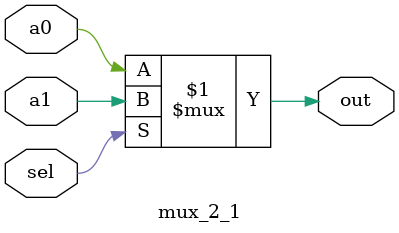
<source format=v>
/*
   Assignment No. - 6
   Problem No. - 1
   Semester - 5 (Autumn 2021-22)
   Group No. - 30
   Group Members - Vanshita Garg (19CS10064) & Ashutosh Kumar Singh (19CS30008)
*/

`timescale 1ns / 1ps

// 2x1 mux module
module mux_2_1 (input a0, input a1, input sel, output out);
    /*
      Input and output ports :
      a0 - first input (selected when sel = 0)
      a1 - second input (selected when sel = 1)
      sel - the select line
      out - the output depending on the select line
    */ 
    
    assign out = (sel) ? a1 : a0;

endmodule

</source>
